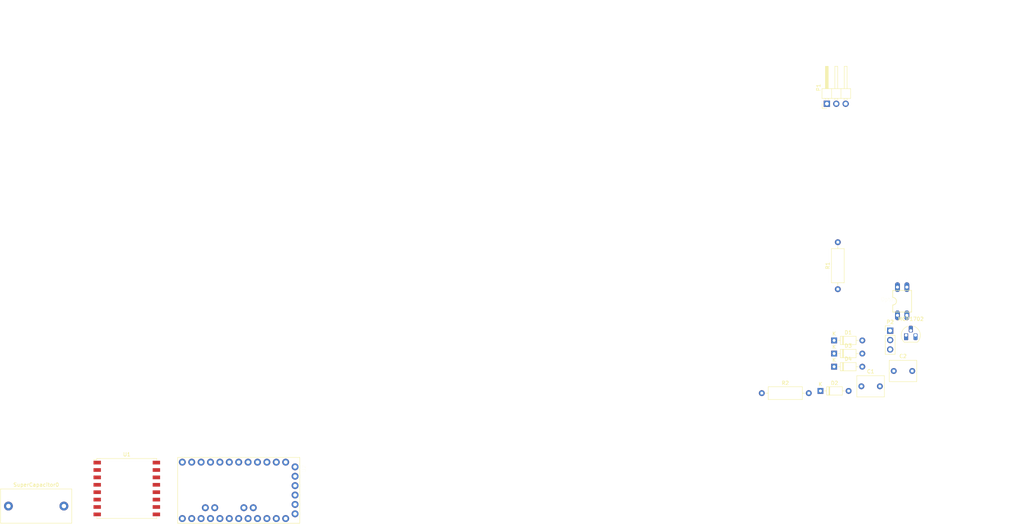
<source format=kicad_pcb>
(kicad_pcb (version 20171130) (host pcbnew "(5.1.9)-1")

  (general
    (thickness 1.6)
    (drawings 1)
    (tracks 0)
    (zones 0)
    (modules 15)
    (nets 41)
  )

  (page A4)
  (layers
    (0 F.Cu signal)
    (31 B.Cu signal)
    (32 B.Adhes user)
    (33 F.Adhes user)
    (34 B.Paste user hide)
    (35 F.Paste user)
    (36 B.SilkS user)
    (37 F.SilkS user)
    (38 B.Mask user)
    (39 F.Mask user)
    (40 Dwgs.User user)
    (41 Cmts.User user)
    (42 Eco1.User user)
    (43 Eco2.User user)
    (44 Edge.Cuts user)
    (45 Margin user)
    (46 B.CrtYd user hide)
    (47 F.CrtYd user hide)
    (48 B.Fab user)
    (49 F.Fab user hide)
  )

  (setup
    (last_trace_width 0.25)
    (user_trace_width 0.5)
    (user_trace_width 1)
    (trace_clearance 0.2)
    (zone_clearance 0.508)
    (zone_45_only no)
    (trace_min 0.2)
    (via_size 0.8)
    (via_drill 0.4)
    (via_min_size 0.4)
    (via_min_drill 0.3)
    (uvia_size 0.3)
    (uvia_drill 0.1)
    (uvias_allowed no)
    (uvia_min_size 0.2)
    (uvia_min_drill 0.1)
    (edge_width 0.05)
    (segment_width 0.2)
    (pcb_text_width 0.3)
    (pcb_text_size 1.5 1.5)
    (mod_edge_width 0.12)
    (mod_text_size 1 1)
    (mod_text_width 0.15)
    (pad_size 1.524 1.524)
    (pad_drill 0.762)
    (pad_to_mask_clearance 0)
    (aux_axis_origin 0 0)
    (visible_elements 7FFFFFFF)
    (pcbplotparams
      (layerselection 0x010fc_ffffffff)
      (usegerberextensions false)
      (usegerberattributes true)
      (usegerberadvancedattributes true)
      (creategerberjobfile true)
      (excludeedgelayer true)
      (linewidth 0.100000)
      (plotframeref false)
      (viasonmask false)
      (mode 1)
      (useauxorigin false)
      (hpglpennumber 1)
      (hpglpenspeed 20)
      (hpglpendiameter 15.000000)
      (psnegative false)
      (psa4output false)
      (plotreference true)
      (plotvalue true)
      (plotinvisibletext false)
      (padsonsilk false)
      (subtractmaskfromsilk false)
      (outputformat 1)
      (mirror false)
      (drillshape 1)
      (scaleselection 1)
      (outputdirectory ""))
  )

  (net 0 "")
  (net 1 "Net-(C1-Pad1)")
  (net 2 GNDREF)
  (net 3 Vcc)
  (net 4 A)
  (net 5 I2)
  (net 6 "Net-(Opto1-Pad1)")
  (net 7 InfoTIC)
  (net 8 I1)
  (net 9 MISO)
  (net 10 MOSI)
  (net 11 SCK)
  (net 12 NSS)
  (net 13 RST)
  (net 14 "Net-(U1-Pad7)")
  (net 15 "Net-(ATN1-Pad1)")
  (net 16 "Net-(U1-Pad11)")
  (net 17 "Net-(U1-Pad12)")
  (net 18 DIO0)
  (net 19 DIO1)
  (net 20 DIO2)
  (net 21 "Net-(U2-PadJP7_12)")
  (net 22 "Net-(U2-PadJP7_11)")
  (net 23 "Net-(U2-PadJP7_10)")
  (net 24 "Net-(U2-PadJP7_7)")
  (net 25 "Net-(U2-PadJP7_6)")
  (net 26 "Net-(U2-PadJP7_5)")
  (net 27 "Net-(U2-PadJP6_8)")
  (net 28 "Net-(U2-PadJP6_7)")
  (net 29 "Net-(U2-PadJP6_6)")
  (net 30 "Net-(U2-PadJP6_5)")
  (net 31 "Net-(U2-PadJP6_3)")
  (net 32 "Net-(U2-PadJP6_1)")
  (net 33 "Net-(U2-PadJP3_1)")
  (net 34 "Net-(U2-PadJP3_2)")
  (net 35 "Net-(U2-PadJP2_2)")
  (net 36 "Net-(U2-PadJP2_1)")
  (net 37 "Net-(U2-PadJP1_5)")
  (net 38 "Net-(U2-PadJP1_3)")
  (net 39 "Net-(U2-PadJP1_2)")
  (net 40 "Net-(U2-PadJP1_1)")

  (net_class Default "This is the default net class."
    (clearance 0.2)
    (trace_width 0.25)
    (via_dia 0.8)
    (via_drill 0.4)
    (uvia_dia 0.3)
    (uvia_drill 0.1)
    (add_net A)
    (add_net DIO0)
    (add_net DIO1)
    (add_net DIO2)
    (add_net GNDREF)
    (add_net I1)
    (add_net I2)
    (add_net InfoTIC)
    (add_net MISO)
    (add_net MOSI)
    (add_net NSS)
    (add_net "Net-(ATN1-Pad1)")
    (add_net "Net-(C1-Pad1)")
    (add_net "Net-(Opto1-Pad1)")
    (add_net "Net-(U1-Pad11)")
    (add_net "Net-(U1-Pad12)")
    (add_net "Net-(U1-Pad7)")
    (add_net "Net-(U2-PadJP1_1)")
    (add_net "Net-(U2-PadJP1_2)")
    (add_net "Net-(U2-PadJP1_3)")
    (add_net "Net-(U2-PadJP1_5)")
    (add_net "Net-(U2-PadJP2_1)")
    (add_net "Net-(U2-PadJP2_2)")
    (add_net "Net-(U2-PadJP3_1)")
    (add_net "Net-(U2-PadJP3_2)")
    (add_net "Net-(U2-PadJP6_1)")
    (add_net "Net-(U2-PadJP6_3)")
    (add_net "Net-(U2-PadJP6_5)")
    (add_net "Net-(U2-PadJP6_6)")
    (add_net "Net-(U2-PadJP6_7)")
    (add_net "Net-(U2-PadJP6_8)")
    (add_net "Net-(U2-PadJP7_10)")
    (add_net "Net-(U2-PadJP7_11)")
    (add_net "Net-(U2-PadJP7_12)")
    (add_net "Net-(U2-PadJP7_5)")
    (add_net "Net-(U2-PadJP7_6)")
    (add_net "Net-(U2-PadJP7_7)")
    (add_net RST)
    (add_net SCK)
    (add_net Vcc)
  )

  (module Capacitor_THT:C_Rect_L7.2mm_W5.5mm_P5.00mm_FKS2_FKP2_MKS2_MKP2 (layer F.Cu) (tedit 5AE50EF0) (tstamp 6066E87C)
    (at 98.075001 139.125001)
    (descr "C, Rect series, Radial, pin pitch=5.00mm, , length*width=7.2*5.5mm^2, Capacitor, http://www.wima.com/EN/WIMA_FKS_2.pdf")
    (tags "C Rect series Radial pin pitch 5.00mm  length 7.2mm width 5.5mm Capacitor")
    (path /605F7B07)
    (fp_text reference C1 (at 2.5 -4) (layer F.SilkS)
      (effects (font (size 1 1) (thickness 0.15)))
    )
    (fp_text value 1uF (at 2.5 4) (layer F.Fab)
      (effects (font (size 1 1) (thickness 0.15)))
    )
    (fp_line (start -1.1 -2.75) (end -1.1 2.75) (layer F.Fab) (width 0.1))
    (fp_line (start -1.1 2.75) (end 6.1 2.75) (layer F.Fab) (width 0.1))
    (fp_line (start 6.1 2.75) (end 6.1 -2.75) (layer F.Fab) (width 0.1))
    (fp_line (start 6.1 -2.75) (end -1.1 -2.75) (layer F.Fab) (width 0.1))
    (fp_line (start -1.22 -2.87) (end 6.22 -2.87) (layer F.SilkS) (width 0.12))
    (fp_line (start -1.22 2.87) (end 6.22 2.87) (layer F.SilkS) (width 0.12))
    (fp_line (start -1.22 -2.87) (end -1.22 2.87) (layer F.SilkS) (width 0.12))
    (fp_line (start 6.22 -2.87) (end 6.22 2.87) (layer F.SilkS) (width 0.12))
    (fp_line (start -1.35 -3) (end -1.35 3) (layer F.CrtYd) (width 0.05))
    (fp_line (start -1.35 3) (end 6.35 3) (layer F.CrtYd) (width 0.05))
    (fp_line (start 6.35 3) (end 6.35 -3) (layer F.CrtYd) (width 0.05))
    (fp_line (start 6.35 -3) (end -1.35 -3) (layer F.CrtYd) (width 0.05))
    (fp_text user %R (at 2.5 0) (layer F.Fab)
      (effects (font (size 1 1) (thickness 0.15)))
    )
    (pad 1 thru_hole circle (at 0 0) (size 1.6 1.6) (drill 0.8) (layers *.Cu *.Mask)
      (net 1 "Net-(C1-Pad1)"))
    (pad 2 thru_hole circle (at 5 0) (size 1.6 1.6) (drill 0.8) (layers *.Cu *.Mask)
      (net 2 GNDREF))
    (model ${KISYS3DMOD}/Capacitor_THT.3dshapes/C_Rect_L7.2mm_W5.5mm_P5.00mm_FKS2_FKP2_MKS2_MKP2.wrl
      (at (xyz 0 0 0))
      (scale (xyz 1 1 1))
      (rotate (xyz 0 0 0))
    )
  )

  (module Capacitor_THT:C_Rect_L7.2mm_W5.5mm_P5.00mm_FKS2_FKP2_MKS2_MKP2 (layer F.Cu) (tedit 5AE50EF0) (tstamp 6066E88F)
    (at 106.825001 134.985001)
    (descr "C, Rect series, Radial, pin pitch=5.00mm, , length*width=7.2*5.5mm^2, Capacitor, http://www.wima.com/EN/WIMA_FKS_2.pdf")
    (tags "C Rect series Radial pin pitch 5.00mm  length 7.2mm width 5.5mm Capacitor")
    (path /605F8543)
    (fp_text reference C2 (at 2.5 -4) (layer F.SilkS)
      (effects (font (size 1 1) (thickness 0.15)))
    )
    (fp_text value 1uF (at 2.5 4) (layer F.Fab)
      (effects (font (size 1 1) (thickness 0.15)))
    )
    (fp_line (start 6.35 -3) (end -1.35 -3) (layer F.CrtYd) (width 0.05))
    (fp_line (start 6.35 3) (end 6.35 -3) (layer F.CrtYd) (width 0.05))
    (fp_line (start -1.35 3) (end 6.35 3) (layer F.CrtYd) (width 0.05))
    (fp_line (start -1.35 -3) (end -1.35 3) (layer F.CrtYd) (width 0.05))
    (fp_line (start 6.22 -2.87) (end 6.22 2.87) (layer F.SilkS) (width 0.12))
    (fp_line (start -1.22 -2.87) (end -1.22 2.87) (layer F.SilkS) (width 0.12))
    (fp_line (start -1.22 2.87) (end 6.22 2.87) (layer F.SilkS) (width 0.12))
    (fp_line (start -1.22 -2.87) (end 6.22 -2.87) (layer F.SilkS) (width 0.12))
    (fp_line (start 6.1 -2.75) (end -1.1 -2.75) (layer F.Fab) (width 0.1))
    (fp_line (start 6.1 2.75) (end 6.1 -2.75) (layer F.Fab) (width 0.1))
    (fp_line (start -1.1 2.75) (end 6.1 2.75) (layer F.Fab) (width 0.1))
    (fp_line (start -1.1 -2.75) (end -1.1 2.75) (layer F.Fab) (width 0.1))
    (fp_text user %R (at 2.5 0) (layer F.Fab)
      (effects (font (size 1 1) (thickness 0.15)))
    )
    (pad 2 thru_hole circle (at 5 0) (size 1.6 1.6) (drill 0.8) (layers *.Cu *.Mask)
      (net 2 GNDREF))
    (pad 1 thru_hole circle (at 0 0) (size 1.6 1.6) (drill 0.8) (layers *.Cu *.Mask)
      (net 3 Vcc))
    (model ${KISYS3DMOD}/Capacitor_THT.3dshapes/C_Rect_L7.2mm_W5.5mm_P5.00mm_FKS2_FKP2_MKS2_MKP2.wrl
      (at (xyz 0 0 0))
      (scale (xyz 1 1 1))
      (rotate (xyz 0 0 0))
    )
  )

  (module Diode_THT:D_DO-35_SOD27_P7.62mm_Horizontal (layer F.Cu) (tedit 5AE50CD5) (tstamp 6066E8AE)
    (at 90.705001 126.725001)
    (descr "Diode, DO-35_SOD27 series, Axial, Horizontal, pin pitch=7.62mm, , length*diameter=4*2mm^2, , http://www.diodes.com/_files/packages/DO-35.pdf")
    (tags "Diode DO-35_SOD27 series Axial Horizontal pin pitch 7.62mm  length 4mm diameter 2mm")
    (path /605EA9E7)
    (fp_text reference D1 (at 3.81 -2.12) (layer F.SilkS)
      (effects (font (size 1 1) (thickness 0.15)))
    )
    (fp_text value 1N4148 (at 3.81 2.12) (layer F.Fab)
      (effects (font (size 1 1) (thickness 0.15)))
    )
    (fp_line (start 8.67 -1.25) (end -1.05 -1.25) (layer F.CrtYd) (width 0.05))
    (fp_line (start 8.67 1.25) (end 8.67 -1.25) (layer F.CrtYd) (width 0.05))
    (fp_line (start -1.05 1.25) (end 8.67 1.25) (layer F.CrtYd) (width 0.05))
    (fp_line (start -1.05 -1.25) (end -1.05 1.25) (layer F.CrtYd) (width 0.05))
    (fp_line (start 2.29 -1.12) (end 2.29 1.12) (layer F.SilkS) (width 0.12))
    (fp_line (start 2.53 -1.12) (end 2.53 1.12) (layer F.SilkS) (width 0.12))
    (fp_line (start 2.41 -1.12) (end 2.41 1.12) (layer F.SilkS) (width 0.12))
    (fp_line (start 6.58 0) (end 5.93 0) (layer F.SilkS) (width 0.12))
    (fp_line (start 1.04 0) (end 1.69 0) (layer F.SilkS) (width 0.12))
    (fp_line (start 5.93 -1.12) (end 1.69 -1.12) (layer F.SilkS) (width 0.12))
    (fp_line (start 5.93 1.12) (end 5.93 -1.12) (layer F.SilkS) (width 0.12))
    (fp_line (start 1.69 1.12) (end 5.93 1.12) (layer F.SilkS) (width 0.12))
    (fp_line (start 1.69 -1.12) (end 1.69 1.12) (layer F.SilkS) (width 0.12))
    (fp_line (start 2.31 -1) (end 2.31 1) (layer F.Fab) (width 0.1))
    (fp_line (start 2.51 -1) (end 2.51 1) (layer F.Fab) (width 0.1))
    (fp_line (start 2.41 -1) (end 2.41 1) (layer F.Fab) (width 0.1))
    (fp_line (start 7.62 0) (end 5.81 0) (layer F.Fab) (width 0.1))
    (fp_line (start 0 0) (end 1.81 0) (layer F.Fab) (width 0.1))
    (fp_line (start 5.81 -1) (end 1.81 -1) (layer F.Fab) (width 0.1))
    (fp_line (start 5.81 1) (end 5.81 -1) (layer F.Fab) (width 0.1))
    (fp_line (start 1.81 1) (end 5.81 1) (layer F.Fab) (width 0.1))
    (fp_line (start 1.81 -1) (end 1.81 1) (layer F.Fab) (width 0.1))
    (fp_text user K (at 0 -1.8) (layer F.SilkS)
      (effects (font (size 1 1) (thickness 0.15)))
    )
    (fp_text user K (at 0 -1.8) (layer F.Fab)
      (effects (font (size 1 1) (thickness 0.15)))
    )
    (fp_text user %R (at 4.11 0) (layer F.Fab)
      (effects (font (size 0.8 0.8) (thickness 0.12)))
    )
    (pad 2 thru_hole oval (at 7.62 0) (size 1.6 1.6) (drill 0.8) (layers *.Cu *.Mask)
      (net 4 A))
    (pad 1 thru_hole rect (at 0 0) (size 1.6 1.6) (drill 0.8) (layers *.Cu *.Mask)
      (net 1 "Net-(C1-Pad1)"))
    (model ${KISYS3DMOD}/Diode_THT.3dshapes/D_DO-35_SOD27_P7.62mm_Horizontal.wrl
      (at (xyz 0 0 0))
      (scale (xyz 1 1 1))
      (rotate (xyz 0 0 0))
    )
  )

  (module Diode_THT:D_DO-35_SOD27_P7.62mm_Horizontal (layer F.Cu) (tedit 5AE50CD5) (tstamp 6066E8CD)
    (at 87.005001 140.375001)
    (descr "Diode, DO-35_SOD27 series, Axial, Horizontal, pin pitch=7.62mm, , length*diameter=4*2mm^2, , http://www.diodes.com/_files/packages/DO-35.pdf")
    (tags "Diode DO-35_SOD27 series Axial Horizontal pin pitch 7.62mm  length 4mm diameter 2mm")
    (path /605EC4EF)
    (fp_text reference D2 (at 3.81 -2.12) (layer F.SilkS)
      (effects (font (size 1 1) (thickness 0.15)))
    )
    (fp_text value 1N4148 (at 3.81 2.12) (layer F.Fab)
      (effects (font (size 1 1) (thickness 0.15)))
    )
    (fp_line (start 1.81 -1) (end 1.81 1) (layer F.Fab) (width 0.1))
    (fp_line (start 1.81 1) (end 5.81 1) (layer F.Fab) (width 0.1))
    (fp_line (start 5.81 1) (end 5.81 -1) (layer F.Fab) (width 0.1))
    (fp_line (start 5.81 -1) (end 1.81 -1) (layer F.Fab) (width 0.1))
    (fp_line (start 0 0) (end 1.81 0) (layer F.Fab) (width 0.1))
    (fp_line (start 7.62 0) (end 5.81 0) (layer F.Fab) (width 0.1))
    (fp_line (start 2.41 -1) (end 2.41 1) (layer F.Fab) (width 0.1))
    (fp_line (start 2.51 -1) (end 2.51 1) (layer F.Fab) (width 0.1))
    (fp_line (start 2.31 -1) (end 2.31 1) (layer F.Fab) (width 0.1))
    (fp_line (start 1.69 -1.12) (end 1.69 1.12) (layer F.SilkS) (width 0.12))
    (fp_line (start 1.69 1.12) (end 5.93 1.12) (layer F.SilkS) (width 0.12))
    (fp_line (start 5.93 1.12) (end 5.93 -1.12) (layer F.SilkS) (width 0.12))
    (fp_line (start 5.93 -1.12) (end 1.69 -1.12) (layer F.SilkS) (width 0.12))
    (fp_line (start 1.04 0) (end 1.69 0) (layer F.SilkS) (width 0.12))
    (fp_line (start 6.58 0) (end 5.93 0) (layer F.SilkS) (width 0.12))
    (fp_line (start 2.41 -1.12) (end 2.41 1.12) (layer F.SilkS) (width 0.12))
    (fp_line (start 2.53 -1.12) (end 2.53 1.12) (layer F.SilkS) (width 0.12))
    (fp_line (start 2.29 -1.12) (end 2.29 1.12) (layer F.SilkS) (width 0.12))
    (fp_line (start -1.05 -1.25) (end -1.05 1.25) (layer F.CrtYd) (width 0.05))
    (fp_line (start -1.05 1.25) (end 8.67 1.25) (layer F.CrtYd) (width 0.05))
    (fp_line (start 8.67 1.25) (end 8.67 -1.25) (layer F.CrtYd) (width 0.05))
    (fp_line (start 8.67 -1.25) (end -1.05 -1.25) (layer F.CrtYd) (width 0.05))
    (fp_text user %R (at 4.11 0) (layer F.Fab)
      (effects (font (size 0.8 0.8) (thickness 0.12)))
    )
    (fp_text user K (at 0 -1.8) (layer F.Fab)
      (effects (font (size 1 1) (thickness 0.15)))
    )
    (fp_text user K (at 0 -1.8) (layer F.SilkS)
      (effects (font (size 1 1) (thickness 0.15)))
    )
    (pad 1 thru_hole rect (at 0 0) (size 1.6 1.6) (drill 0.8) (layers *.Cu *.Mask)
      (net 4 A))
    (pad 2 thru_hole oval (at 7.62 0) (size 1.6 1.6) (drill 0.8) (layers *.Cu *.Mask)
      (net 2 GNDREF))
    (model ${KISYS3DMOD}/Diode_THT.3dshapes/D_DO-35_SOD27_P7.62mm_Horizontal.wrl
      (at (xyz 0 0 0))
      (scale (xyz 1 1 1))
      (rotate (xyz 0 0 0))
    )
  )

  (module Diode_THT:D_DO-35_SOD27_P7.62mm_Horizontal (layer F.Cu) (tedit 5AE50CD5) (tstamp 6066E8EC)
    (at 90.705001 130.275001)
    (descr "Diode, DO-35_SOD27 series, Axial, Horizontal, pin pitch=7.62mm, , length*diameter=4*2mm^2, , http://www.diodes.com/_files/packages/DO-35.pdf")
    (tags "Diode DO-35_SOD27 series Axial Horizontal pin pitch 7.62mm  length 4mm diameter 2mm")
    (path /6062B97F)
    (fp_text reference D3 (at 3.81 -2.12) (layer F.SilkS)
      (effects (font (size 1 1) (thickness 0.15)))
    )
    (fp_text value 1N4148 (at 3.81 2.12) (layer F.Fab)
      (effects (font (size 1 1) (thickness 0.15)))
    )
    (fp_line (start 8.67 -1.25) (end -1.05 -1.25) (layer F.CrtYd) (width 0.05))
    (fp_line (start 8.67 1.25) (end 8.67 -1.25) (layer F.CrtYd) (width 0.05))
    (fp_line (start -1.05 1.25) (end 8.67 1.25) (layer F.CrtYd) (width 0.05))
    (fp_line (start -1.05 -1.25) (end -1.05 1.25) (layer F.CrtYd) (width 0.05))
    (fp_line (start 2.29 -1.12) (end 2.29 1.12) (layer F.SilkS) (width 0.12))
    (fp_line (start 2.53 -1.12) (end 2.53 1.12) (layer F.SilkS) (width 0.12))
    (fp_line (start 2.41 -1.12) (end 2.41 1.12) (layer F.SilkS) (width 0.12))
    (fp_line (start 6.58 0) (end 5.93 0) (layer F.SilkS) (width 0.12))
    (fp_line (start 1.04 0) (end 1.69 0) (layer F.SilkS) (width 0.12))
    (fp_line (start 5.93 -1.12) (end 1.69 -1.12) (layer F.SilkS) (width 0.12))
    (fp_line (start 5.93 1.12) (end 5.93 -1.12) (layer F.SilkS) (width 0.12))
    (fp_line (start 1.69 1.12) (end 5.93 1.12) (layer F.SilkS) (width 0.12))
    (fp_line (start 1.69 -1.12) (end 1.69 1.12) (layer F.SilkS) (width 0.12))
    (fp_line (start 2.31 -1) (end 2.31 1) (layer F.Fab) (width 0.1))
    (fp_line (start 2.51 -1) (end 2.51 1) (layer F.Fab) (width 0.1))
    (fp_line (start 2.41 -1) (end 2.41 1) (layer F.Fab) (width 0.1))
    (fp_line (start 7.62 0) (end 5.81 0) (layer F.Fab) (width 0.1))
    (fp_line (start 0 0) (end 1.81 0) (layer F.Fab) (width 0.1))
    (fp_line (start 5.81 -1) (end 1.81 -1) (layer F.Fab) (width 0.1))
    (fp_line (start 5.81 1) (end 5.81 -1) (layer F.Fab) (width 0.1))
    (fp_line (start 1.81 1) (end 5.81 1) (layer F.Fab) (width 0.1))
    (fp_line (start 1.81 -1) (end 1.81 1) (layer F.Fab) (width 0.1))
    (fp_text user K (at 0 -1.8) (layer F.SilkS)
      (effects (font (size 1 1) (thickness 0.15)))
    )
    (fp_text user K (at 0 -1.8) (layer F.Fab)
      (effects (font (size 1 1) (thickness 0.15)))
    )
    (fp_text user %R (at 4.11 0) (layer F.Fab)
      (effects (font (size 0.8 0.8) (thickness 0.12)))
    )
    (pad 2 thru_hole oval (at 7.62 0) (size 1.6 1.6) (drill 0.8) (layers *.Cu *.Mask)
      (net 8 I1))
    (pad 1 thru_hole rect (at 0 0) (size 1.6 1.6) (drill 0.8) (layers *.Cu *.Mask)
      (net 1 "Net-(C1-Pad1)"))
    (model ${KISYS3DMOD}/Diode_THT.3dshapes/D_DO-35_SOD27_P7.62mm_Horizontal.wrl
      (at (xyz 0 0 0))
      (scale (xyz 1 1 1))
      (rotate (xyz 0 0 0))
    )
  )

  (module Diode_THT:D_DO-35_SOD27_P7.62mm_Horizontal (layer F.Cu) (tedit 5AE50CD5) (tstamp 6066E90B)
    (at 90.705001 133.825001)
    (descr "Diode, DO-35_SOD27 series, Axial, Horizontal, pin pitch=7.62mm, , length*diameter=4*2mm^2, , http://www.diodes.com/_files/packages/DO-35.pdf")
    (tags "Diode DO-35_SOD27 series Axial Horizontal pin pitch 7.62mm  length 4mm diameter 2mm")
    (path /6062B979)
    (fp_text reference D4 (at 3.81 -2.12) (layer F.SilkS)
      (effects (font (size 1 1) (thickness 0.15)))
    )
    (fp_text value 1N4148 (at 3.81 2.12) (layer F.Fab)
      (effects (font (size 1 1) (thickness 0.15)))
    )
    (fp_line (start 1.81 -1) (end 1.81 1) (layer F.Fab) (width 0.1))
    (fp_line (start 1.81 1) (end 5.81 1) (layer F.Fab) (width 0.1))
    (fp_line (start 5.81 1) (end 5.81 -1) (layer F.Fab) (width 0.1))
    (fp_line (start 5.81 -1) (end 1.81 -1) (layer F.Fab) (width 0.1))
    (fp_line (start 0 0) (end 1.81 0) (layer F.Fab) (width 0.1))
    (fp_line (start 7.62 0) (end 5.81 0) (layer F.Fab) (width 0.1))
    (fp_line (start 2.41 -1) (end 2.41 1) (layer F.Fab) (width 0.1))
    (fp_line (start 2.51 -1) (end 2.51 1) (layer F.Fab) (width 0.1))
    (fp_line (start 2.31 -1) (end 2.31 1) (layer F.Fab) (width 0.1))
    (fp_line (start 1.69 -1.12) (end 1.69 1.12) (layer F.SilkS) (width 0.12))
    (fp_line (start 1.69 1.12) (end 5.93 1.12) (layer F.SilkS) (width 0.12))
    (fp_line (start 5.93 1.12) (end 5.93 -1.12) (layer F.SilkS) (width 0.12))
    (fp_line (start 5.93 -1.12) (end 1.69 -1.12) (layer F.SilkS) (width 0.12))
    (fp_line (start 1.04 0) (end 1.69 0) (layer F.SilkS) (width 0.12))
    (fp_line (start 6.58 0) (end 5.93 0) (layer F.SilkS) (width 0.12))
    (fp_line (start 2.41 -1.12) (end 2.41 1.12) (layer F.SilkS) (width 0.12))
    (fp_line (start 2.53 -1.12) (end 2.53 1.12) (layer F.SilkS) (width 0.12))
    (fp_line (start 2.29 -1.12) (end 2.29 1.12) (layer F.SilkS) (width 0.12))
    (fp_line (start -1.05 -1.25) (end -1.05 1.25) (layer F.CrtYd) (width 0.05))
    (fp_line (start -1.05 1.25) (end 8.67 1.25) (layer F.CrtYd) (width 0.05))
    (fp_line (start 8.67 1.25) (end 8.67 -1.25) (layer F.CrtYd) (width 0.05))
    (fp_line (start 8.67 -1.25) (end -1.05 -1.25) (layer F.CrtYd) (width 0.05))
    (fp_text user %R (at 4.11 0) (layer F.Fab)
      (effects (font (size 0.8 0.8) (thickness 0.12)))
    )
    (fp_text user K (at 0 -1.8) (layer F.Fab)
      (effects (font (size 1 1) (thickness 0.15)))
    )
    (fp_text user K (at 0 -1.8) (layer F.SilkS)
      (effects (font (size 1 1) (thickness 0.15)))
    )
    (pad 1 thru_hole rect (at 0 0) (size 1.6 1.6) (drill 0.8) (layers *.Cu *.Mask)
      (net 8 I1))
    (pad 2 thru_hole oval (at 7.62 0) (size 1.6 1.6) (drill 0.8) (layers *.Cu *.Mask)
      (net 2 GNDREF))
    (model ${KISYS3DMOD}/Diode_THT.3dshapes/D_DO-35_SOD27_P7.62mm_Horizontal.wrl
      (at (xyz 0 0 0))
      (scale (xyz 1 1 1))
      (rotate (xyz 0 0 0))
    )
  )

  (module Package_TO_SOT_THT:TO-92_HandSolder (layer F.Cu) (tedit 5A282C46) (tstamp 6066E91D)
    (at 110.165001 125.335001)
    (descr "TO-92 leads molded, narrow, drill 0.75mm, handsoldering variant with enlarged pads (see NXP sot054_po.pdf)")
    (tags "to-92 sc-43 sc-43a sot54 PA33 transistor")
    (path /606E4B38)
    (fp_text reference MCP1702 (at 1.27 -4.4) (layer F.SilkS)
      (effects (font (size 1 1) (thickness 0.15)))
    )
    (fp_text value MCP1702 (at 1.27 2.79) (layer F.Fab)
      (effects (font (size 1 1) (thickness 0.15)))
    )
    (fp_line (start -0.53 1.85) (end 3.07 1.85) (layer F.SilkS) (width 0.12))
    (fp_line (start -0.5 1.75) (end 3 1.75) (layer F.Fab) (width 0.1))
    (fp_line (start -1.46 -3.05) (end 4 -3.05) (layer F.CrtYd) (width 0.05))
    (fp_line (start -1.46 -3.05) (end -1.46 2.01) (layer F.CrtYd) (width 0.05))
    (fp_line (start 4 2.01) (end 4 -3.05) (layer F.CrtYd) (width 0.05))
    (fp_line (start 4 2.01) (end -1.46 2.01) (layer F.CrtYd) (width 0.05))
    (fp_text user %R (at 1.27 0) (layer F.Fab)
      (effects (font (size 1 1) (thickness 0.15)))
    )
    (fp_arc (start 1.27 0) (end 1.27 -2.48) (angle 135) (layer F.Fab) (width 0.1))
    (fp_arc (start 1.27 0) (end 0.45 -2.45) (angle -116.9632683) (layer F.SilkS) (width 0.12))
    (fp_arc (start 1.27 0) (end 1.27 -2.48) (angle -135) (layer F.Fab) (width 0.1))
    (fp_arc (start 1.27 0) (end 2.05 -2.45) (angle 117.6433766) (layer F.SilkS) (width 0.12))
    (pad 2 thru_hole roundrect (at 1.27 -1.27) (size 1.1 1.8) (drill 0.75 (offset 0 -0.4)) (layers *.Cu *.Mask) (roundrect_rratio 0.25)
      (net 1 "Net-(C1-Pad1)"))
    (pad 3 thru_hole roundrect (at 2.54 0) (size 1.1 1.8) (drill 0.75 (offset 0 0.4)) (layers *.Cu *.Mask) (roundrect_rratio 0.25)
      (net 3 Vcc))
    (pad 1 thru_hole rect (at 0 0) (size 1.1 1.8) (drill 0.75 (offset 0 0.4)) (layers *.Cu *.Mask)
      (net 2 GNDREF))
    (model ${KISYS3DMOD}/Package_TO_SOT_THT.3dshapes/TO-92.wrl
      (at (xyz 0 0 0))
      (scale (xyz 1 1 1))
      (rotate (xyz 0 0 0))
    )
  )

  (module PC814:DIL04 (layer F.Cu) (tedit 60227CC4) (tstamp 6066E92B)
    (at 109.096201 116.1308)
    (descr "<b>Dual In Line Package</b>")
    (path /605E26C5)
    (fp_text reference Opto1 (at -3.55644 -0.50807 180) (layer F.SilkS)
      (effects (font (size 1.000126 1.000126) (thickness 0.015)))
    )
    (fp_text value PC814 (at 3.559965 -0.254275 180) (layer F.Fab)
      (effects (font (size 1.00111 1.00111) (thickness 0.015)))
    )
    (fp_line (start 2.54 -2.921) (end -2.54 -2.921) (layer F.SilkS) (width 0.1524))
    (fp_line (start -2.54 2.921) (end 2.54 2.921) (layer F.SilkS) (width 0.1524))
    (fp_line (start 2.54 -2.921) (end 2.54 2.921) (layer F.SilkS) (width 0.1524))
    (fp_line (start -2.54 -2.921) (end -2.54 -1.016) (layer F.SilkS) (width 0.1524))
    (fp_line (start -2.54 2.921) (end -2.54 1.016) (layer F.SilkS) (width 0.1524))
    (fp_arc (start -2.54 0) (end -2.54 1.016) (angle -180) (layer F.SilkS) (width 0.1524))
    (pad 1 thru_hole oval (at -1.27 3.81) (size 1.3208 2.6416) (drill 0.8128) (layers *.Cu *.Mask)
      (net 6 "Net-(Opto1-Pad1)"))
    (pad 2 thru_hole oval (at 1.27 3.81) (size 1.3208 2.6416) (drill 0.8128) (layers *.Cu *.Mask)
      (net 5 I2))
    (pad 3 thru_hole oval (at 1.27 -3.81) (size 1.3208 2.6416) (drill 0.8128) (layers *.Cu *.Mask)
      (net 2 GNDREF))
    (pad 4 thru_hole oval (at -1.27 -3.81) (size 1.3208 2.6416) (drill 0.8128) (layers *.Cu *.Mask)
      (net 7 InfoTIC))
  )

  (module Connector_PinHeader_2.54mm:PinHeader_1x03_P2.54mm_Horizontal (layer F.Cu) (tedit 59FED5CB) (tstamp 6066E96B)
    (at 88.75 62.75 90)
    (descr "Through hole angled pin header, 1x03, 2.54mm pitch, 6mm pin length, single row")
    (tags "Through hole angled pin header THT 1x03 2.54mm single row")
    (path /605E4EB9)
    (fp_text reference P1 (at 4.385 -2.27 90) (layer F.SilkS)
      (effects (font (size 1 1) (thickness 0.15)))
    )
    (fp_text value HEADER_M_2.54MM_1R3P_ST_AU_PTH (at 4.385 7.35 90) (layer F.Fab)
      (effects (font (size 1 1) (thickness 0.15)))
    )
    (fp_line (start 2.135 -1.27) (end 4.04 -1.27) (layer F.Fab) (width 0.1))
    (fp_line (start 4.04 -1.27) (end 4.04 6.35) (layer F.Fab) (width 0.1))
    (fp_line (start 4.04 6.35) (end 1.5 6.35) (layer F.Fab) (width 0.1))
    (fp_line (start 1.5 6.35) (end 1.5 -0.635) (layer F.Fab) (width 0.1))
    (fp_line (start 1.5 -0.635) (end 2.135 -1.27) (layer F.Fab) (width 0.1))
    (fp_line (start -0.32 -0.32) (end 1.5 -0.32) (layer F.Fab) (width 0.1))
    (fp_line (start -0.32 -0.32) (end -0.32 0.32) (layer F.Fab) (width 0.1))
    (fp_line (start -0.32 0.32) (end 1.5 0.32) (layer F.Fab) (width 0.1))
    (fp_line (start 4.04 -0.32) (end 10.04 -0.32) (layer F.Fab) (width 0.1))
    (fp_line (start 10.04 -0.32) (end 10.04 0.32) (layer F.Fab) (width 0.1))
    (fp_line (start 4.04 0.32) (end 10.04 0.32) (layer F.Fab) (width 0.1))
    (fp_line (start -0.32 2.22) (end 1.5 2.22) (layer F.Fab) (width 0.1))
    (fp_line (start -0.32 2.22) (end -0.32 2.86) (layer F.Fab) (width 0.1))
    (fp_line (start -0.32 2.86) (end 1.5 2.86) (layer F.Fab) (width 0.1))
    (fp_line (start 4.04 2.22) (end 10.04 2.22) (layer F.Fab) (width 0.1))
    (fp_line (start 10.04 2.22) (end 10.04 2.86) (layer F.Fab) (width 0.1))
    (fp_line (start 4.04 2.86) (end 10.04 2.86) (layer F.Fab) (width 0.1))
    (fp_line (start -0.32 4.76) (end 1.5 4.76) (layer F.Fab) (width 0.1))
    (fp_line (start -0.32 4.76) (end -0.32 5.4) (layer F.Fab) (width 0.1))
    (fp_line (start -0.32 5.4) (end 1.5 5.4) (layer F.Fab) (width 0.1))
    (fp_line (start 4.04 4.76) (end 10.04 4.76) (layer F.Fab) (width 0.1))
    (fp_line (start 10.04 4.76) (end 10.04 5.4) (layer F.Fab) (width 0.1))
    (fp_line (start 4.04 5.4) (end 10.04 5.4) (layer F.Fab) (width 0.1))
    (fp_line (start 1.44 -1.33) (end 1.44 6.41) (layer F.SilkS) (width 0.12))
    (fp_line (start 1.44 6.41) (end 4.1 6.41) (layer F.SilkS) (width 0.12))
    (fp_line (start 4.1 6.41) (end 4.1 -1.33) (layer F.SilkS) (width 0.12))
    (fp_line (start 4.1 -1.33) (end 1.44 -1.33) (layer F.SilkS) (width 0.12))
    (fp_line (start 4.1 -0.38) (end 10.1 -0.38) (layer F.SilkS) (width 0.12))
    (fp_line (start 10.1 -0.38) (end 10.1 0.38) (layer F.SilkS) (width 0.12))
    (fp_line (start 10.1 0.38) (end 4.1 0.38) (layer F.SilkS) (width 0.12))
    (fp_line (start 4.1 -0.32) (end 10.1 -0.32) (layer F.SilkS) (width 0.12))
    (fp_line (start 4.1 -0.2) (end 10.1 -0.2) (layer F.SilkS) (width 0.12))
    (fp_line (start 4.1 -0.08) (end 10.1 -0.08) (layer F.SilkS) (width 0.12))
    (fp_line (start 4.1 0.04) (end 10.1 0.04) (layer F.SilkS) (width 0.12))
    (fp_line (start 4.1 0.16) (end 10.1 0.16) (layer F.SilkS) (width 0.12))
    (fp_line (start 4.1 0.28) (end 10.1 0.28) (layer F.SilkS) (width 0.12))
    (fp_line (start 1.11 -0.38) (end 1.44 -0.38) (layer F.SilkS) (width 0.12))
    (fp_line (start 1.11 0.38) (end 1.44 0.38) (layer F.SilkS) (width 0.12))
    (fp_line (start 1.44 1.27) (end 4.1 1.27) (layer F.SilkS) (width 0.12))
    (fp_line (start 4.1 2.16) (end 10.1 2.16) (layer F.SilkS) (width 0.12))
    (fp_line (start 10.1 2.16) (end 10.1 2.92) (layer F.SilkS) (width 0.12))
    (fp_line (start 10.1 2.92) (end 4.1 2.92) (layer F.SilkS) (width 0.12))
    (fp_line (start 1.042929 2.16) (end 1.44 2.16) (layer F.SilkS) (width 0.12))
    (fp_line (start 1.042929 2.92) (end 1.44 2.92) (layer F.SilkS) (width 0.12))
    (fp_line (start 1.44 3.81) (end 4.1 3.81) (layer F.SilkS) (width 0.12))
    (fp_line (start 4.1 4.7) (end 10.1 4.7) (layer F.SilkS) (width 0.12))
    (fp_line (start 10.1 4.7) (end 10.1 5.46) (layer F.SilkS) (width 0.12))
    (fp_line (start 10.1 5.46) (end 4.1 5.46) (layer F.SilkS) (width 0.12))
    (fp_line (start 1.042929 4.7) (end 1.44 4.7) (layer F.SilkS) (width 0.12))
    (fp_line (start 1.042929 5.46) (end 1.44 5.46) (layer F.SilkS) (width 0.12))
    (fp_line (start -1.27 0) (end -1.27 -1.27) (layer F.SilkS) (width 0.12))
    (fp_line (start -1.27 -1.27) (end 0 -1.27) (layer F.SilkS) (width 0.12))
    (fp_line (start -1.8 -1.8) (end -1.8 6.85) (layer F.CrtYd) (width 0.05))
    (fp_line (start -1.8 6.85) (end 10.55 6.85) (layer F.CrtYd) (width 0.05))
    (fp_line (start 10.55 6.85) (end 10.55 -1.8) (layer F.CrtYd) (width 0.05))
    (fp_line (start 10.55 -1.8) (end -1.8 -1.8) (layer F.CrtYd) (width 0.05))
    (fp_text user %R (at 2.77 2.54) (layer F.Fab)
      (effects (font (size 1 1) (thickness 0.15)))
    )
    (pad 1 thru_hole rect (at 0 0 90) (size 1.7 1.7) (drill 1) (layers *.Cu *.Mask)
      (net 8 I1))
    (pad 2 thru_hole oval (at 0 2.54 90) (size 1.7 1.7) (drill 1) (layers *.Cu *.Mask)
      (net 5 I2))
    (pad 3 thru_hole oval (at 0 5.08 90) (size 1.7 1.7) (drill 1) (layers *.Cu *.Mask)
      (net 4 A))
    (model ${KISYS3DMOD}/Connector_PinHeader_2.54mm.3dshapes/PinHeader_1x03_P2.54mm_Horizontal.wrl
      (at (xyz 0 0 0))
      (scale (xyz 1 1 1))
      (rotate (xyz 0 0 0))
    )
  )

  (module Connector_PinHeader_2.54mm:PinHeader_1x03_P2.54mm_Vertical (layer F.Cu) (tedit 59FED5CC) (tstamp 6066E982)
    (at 105.855001 124.085001)
    (descr "Through hole straight pin header, 1x03, 2.54mm pitch, single row")
    (tags "Through hole pin header THT 1x03 2.54mm single row")
    (path /606D4E06)
    (fp_text reference P2 (at 0 -2.33) (layer F.SilkS)
      (effects (font (size 1 1) (thickness 0.15)))
    )
    (fp_text value HEADER_M_2.54MM_1R3P_ST_AU_PTH (at 0 7.41) (layer F.Fab)
      (effects (font (size 1 1) (thickness 0.15)))
    )
    (fp_line (start -0.635 -1.27) (end 1.27 -1.27) (layer F.Fab) (width 0.1))
    (fp_line (start 1.27 -1.27) (end 1.27 6.35) (layer F.Fab) (width 0.1))
    (fp_line (start 1.27 6.35) (end -1.27 6.35) (layer F.Fab) (width 0.1))
    (fp_line (start -1.27 6.35) (end -1.27 -0.635) (layer F.Fab) (width 0.1))
    (fp_line (start -1.27 -0.635) (end -0.635 -1.27) (layer F.Fab) (width 0.1))
    (fp_line (start -1.33 6.41) (end 1.33 6.41) (layer F.SilkS) (width 0.12))
    (fp_line (start -1.33 1.27) (end -1.33 6.41) (layer F.SilkS) (width 0.12))
    (fp_line (start 1.33 1.27) (end 1.33 6.41) (layer F.SilkS) (width 0.12))
    (fp_line (start -1.33 1.27) (end 1.33 1.27) (layer F.SilkS) (width 0.12))
    (fp_line (start -1.33 0) (end -1.33 -1.33) (layer F.SilkS) (width 0.12))
    (fp_line (start -1.33 -1.33) (end 0 -1.33) (layer F.SilkS) (width 0.12))
    (fp_line (start -1.8 -1.8) (end -1.8 6.85) (layer F.CrtYd) (width 0.05))
    (fp_line (start -1.8 6.85) (end 1.8 6.85) (layer F.CrtYd) (width 0.05))
    (fp_line (start 1.8 6.85) (end 1.8 -1.8) (layer F.CrtYd) (width 0.05))
    (fp_line (start 1.8 -1.8) (end -1.8 -1.8) (layer F.CrtYd) (width 0.05))
    (fp_text user %R (at 0 2.54 90) (layer F.Fab)
      (effects (font (size 1 1) (thickness 0.15)))
    )
    (pad 1 thru_hole rect (at 0 0) (size 1.7 1.7) (drill 1) (layers *.Cu *.Mask)
      (net 3 Vcc))
    (pad 2 thru_hole oval (at 0 2.54) (size 1.7 1.7) (drill 1) (layers *.Cu *.Mask)
      (net 7 InfoTIC))
    (pad 3 thru_hole oval (at 0 5.08) (size 1.7 1.7) (drill 1) (layers *.Cu *.Mask)
      (net 2 GNDREF))
    (model ${KISYS3DMOD}/Connector_PinHeader_2.54mm.3dshapes/PinHeader_1x03_P2.54mm_Vertical.wrl
      (at (xyz 0 0 0))
      (scale (xyz 1 1 1))
      (rotate (xyz 0 0 0))
    )
  )

  (module Resistor_THT:R_Axial_DIN0309_L9.0mm_D3.2mm_P12.70mm_Horizontal (layer F.Cu) (tedit 5AE5139B) (tstamp 6066E999)
    (at 91.705001 112.875001 90)
    (descr "Resistor, Axial_DIN0309 series, Axial, Horizontal, pin pitch=12.7mm, 0.5W = 1/2W, length*diameter=9*3.2mm^2, http://cdn-reichelt.de/documents/datenblatt/B400/1_4W%23YAG.pdf")
    (tags "Resistor Axial_DIN0309 series Axial Horizontal pin pitch 12.7mm 0.5W = 1/2W length 9mm diameter 3.2mm")
    (path /605E8509)
    (fp_text reference R1 (at 6.35 -2.72 90) (layer F.SilkS)
      (effects (font (size 1 1) (thickness 0.15)))
    )
    (fp_text value 1.2K (at 6.35 2.72 90) (layer F.Fab)
      (effects (font (size 1 1) (thickness 0.15)))
    )
    (fp_line (start 1.85 -1.6) (end 1.85 1.6) (layer F.Fab) (width 0.1))
    (fp_line (start 1.85 1.6) (end 10.85 1.6) (layer F.Fab) (width 0.1))
    (fp_line (start 10.85 1.6) (end 10.85 -1.6) (layer F.Fab) (width 0.1))
    (fp_line (start 10.85 -1.6) (end 1.85 -1.6) (layer F.Fab) (width 0.1))
    (fp_line (start 0 0) (end 1.85 0) (layer F.Fab) (width 0.1))
    (fp_line (start 12.7 0) (end 10.85 0) (layer F.Fab) (width 0.1))
    (fp_line (start 1.73 -1.72) (end 1.73 1.72) (layer F.SilkS) (width 0.12))
    (fp_line (start 1.73 1.72) (end 10.97 1.72) (layer F.SilkS) (width 0.12))
    (fp_line (start 10.97 1.72) (end 10.97 -1.72) (layer F.SilkS) (width 0.12))
    (fp_line (start 10.97 -1.72) (end 1.73 -1.72) (layer F.SilkS) (width 0.12))
    (fp_line (start 1.04 0) (end 1.73 0) (layer F.SilkS) (width 0.12))
    (fp_line (start 11.66 0) (end 10.97 0) (layer F.SilkS) (width 0.12))
    (fp_line (start -1.05 -1.85) (end -1.05 1.85) (layer F.CrtYd) (width 0.05))
    (fp_line (start -1.05 1.85) (end 13.75 1.85) (layer F.CrtYd) (width 0.05))
    (fp_line (start 13.75 1.85) (end 13.75 -1.85) (layer F.CrtYd) (width 0.05))
    (fp_line (start 13.75 -1.85) (end -1.05 -1.85) (layer F.CrtYd) (width 0.05))
    (fp_text user %R (at 6.35 0 90) (layer F.Fab)
      (effects (font (size 1 1) (thickness 0.15)))
    )
    (pad 1 thru_hole circle (at 0 0 90) (size 1.6 1.6) (drill 0.8) (layers *.Cu *.Mask)
      (net 8 I1))
    (pad 2 thru_hole oval (at 12.7 0 90) (size 1.6 1.6) (drill 0.8) (layers *.Cu *.Mask)
      (net 6 "Net-(Opto1-Pad1)"))
    (model ${KISYS3DMOD}/Resistor_THT.3dshapes/R_Axial_DIN0309_L9.0mm_D3.2mm_P12.70mm_Horizontal.wrl
      (at (xyz 0 0 0))
      (scale (xyz 1 1 1))
      (rotate (xyz 0 0 0))
    )
  )

  (module Resistor_THT:R_Axial_DIN0309_L9.0mm_D3.2mm_P12.70mm_Horizontal (layer F.Cu) (tedit 5AE5139B) (tstamp 6066E9B0)
    (at 71.155001 140.975001)
    (descr "Resistor, Axial_DIN0309 series, Axial, Horizontal, pin pitch=12.7mm, 0.5W = 1/2W, length*diameter=9*3.2mm^2, http://cdn-reichelt.de/documents/datenblatt/B400/1_4W%23YAG.pdf")
    (tags "Resistor Axial_DIN0309 series Axial Horizontal pin pitch 12.7mm 0.5W = 1/2W length 9mm diameter 3.2mm")
    (path /605E9F49)
    (fp_text reference R2 (at 6.35 -2.72) (layer F.SilkS)
      (effects (font (size 1 1) (thickness 0.15)))
    )
    (fp_text value 3.3K (at 6.35 2.72) (layer F.Fab)
      (effects (font (size 1 1) (thickness 0.15)))
    )
    (fp_line (start 13.75 -1.85) (end -1.05 -1.85) (layer F.CrtYd) (width 0.05))
    (fp_line (start 13.75 1.85) (end 13.75 -1.85) (layer F.CrtYd) (width 0.05))
    (fp_line (start -1.05 1.85) (end 13.75 1.85) (layer F.CrtYd) (width 0.05))
    (fp_line (start -1.05 -1.85) (end -1.05 1.85) (layer F.CrtYd) (width 0.05))
    (fp_line (start 11.66 0) (end 10.97 0) (layer F.SilkS) (width 0.12))
    (fp_line (start 1.04 0) (end 1.73 0) (layer F.SilkS) (width 0.12))
    (fp_line (start 10.97 -1.72) (end 1.73 -1.72) (layer F.SilkS) (width 0.12))
    (fp_line (start 10.97 1.72) (end 10.97 -1.72) (layer F.SilkS) (width 0.12))
    (fp_line (start 1.73 1.72) (end 10.97 1.72) (layer F.SilkS) (width 0.12))
    (fp_line (start 1.73 -1.72) (end 1.73 1.72) (layer F.SilkS) (width 0.12))
    (fp_line (start 12.7 0) (end 10.85 0) (layer F.Fab) (width 0.1))
    (fp_line (start 0 0) (end 1.85 0) (layer F.Fab) (width 0.1))
    (fp_line (start 10.85 -1.6) (end 1.85 -1.6) (layer F.Fab) (width 0.1))
    (fp_line (start 10.85 1.6) (end 10.85 -1.6) (layer F.Fab) (width 0.1))
    (fp_line (start 1.85 1.6) (end 10.85 1.6) (layer F.Fab) (width 0.1))
    (fp_line (start 1.85 -1.6) (end 1.85 1.6) (layer F.Fab) (width 0.1))
    (fp_text user %R (at 6.35 0) (layer F.Fab)
      (effects (font (size 1 1) (thickness 0.15)))
    )
    (pad 2 thru_hole oval (at 12.7 0) (size 1.6 1.6) (drill 0.8) (layers *.Cu *.Mask)
      (net 7 InfoTIC))
    (pad 1 thru_hole circle (at 0 0) (size 1.6 1.6) (drill 0.8) (layers *.Cu *.Mask)
      (net 3 Vcc))
    (model ${KISYS3DMOD}/Resistor_THT.3dshapes/R_Axial_DIN0309_L9.0mm_D3.2mm_P12.70mm_Horizontal.wrl
      (at (xyz 0 0 0))
      (scale (xyz 1 1 1))
      (rotate (xyz 0 0 0))
    )
  )

  (module Capacitor_THT:C_Rect_L19.0mm_W9.0mm_P15.00mm_MKS4 (layer F.Cu) (tedit 5AE50EF0) (tstamp 6066E9C3)
    (at -132.5 171.5)
    (descr "C, Rect series, Radial, pin pitch=15.00mm, , length*width=19*9mm^2, Capacitor, http://www.wima.com/EN/WIMA_MKS_4.pdf")
    (tags "C Rect series Radial pin pitch 15.00mm  length 19mm width 9mm Capacitor")
    (path /6060122F)
    (fp_text reference SuperCapacitor0 (at 7.5 -5.75) (layer F.SilkS)
      (effects (font (size 1 1) (thickness 0.15)))
    )
    (fp_text value 0.5F (at 7.5 5.75) (layer F.Fab)
      (effects (font (size 1 1) (thickness 0.15)))
    )
    (fp_line (start -2 -4.5) (end -2 4.5) (layer F.Fab) (width 0.1))
    (fp_line (start -2 4.5) (end 17 4.5) (layer F.Fab) (width 0.1))
    (fp_line (start 17 4.5) (end 17 -4.5) (layer F.Fab) (width 0.1))
    (fp_line (start 17 -4.5) (end -2 -4.5) (layer F.Fab) (width 0.1))
    (fp_line (start -2.12 -4.62) (end 17.12 -4.62) (layer F.SilkS) (width 0.12))
    (fp_line (start -2.12 4.62) (end 17.12 4.62) (layer F.SilkS) (width 0.12))
    (fp_line (start -2.12 -4.62) (end -2.12 4.62) (layer F.SilkS) (width 0.12))
    (fp_line (start 17.12 -4.62) (end 17.12 4.62) (layer F.SilkS) (width 0.12))
    (fp_line (start -2.25 -4.75) (end -2.25 4.75) (layer F.CrtYd) (width 0.05))
    (fp_line (start -2.25 4.75) (end 17.25 4.75) (layer F.CrtYd) (width 0.05))
    (fp_line (start 17.25 4.75) (end 17.25 -4.75) (layer F.CrtYd) (width 0.05))
    (fp_line (start 17.25 -4.75) (end -2.25 -4.75) (layer F.CrtYd) (width 0.05))
    (fp_text user %R (at 7.5 0) (layer F.Fab)
      (effects (font (size 1 1) (thickness 0.15)))
    )
    (pad 1 thru_hole circle (at 0 0) (size 2.4 2.4) (drill 1.2) (layers *.Cu *.Mask)
      (net 3 Vcc))
    (pad 2 thru_hole circle (at 15 0) (size 2.4 2.4) (drill 1.2) (layers *.Cu *.Mask)
      (net 2 GNDREF))
    (model ${KISYS3DMOD}/Capacitor_THT.3dshapes/C_Rect_L19.0mm_W9.0mm_P15.00mm_MKS4.wrl
      (at (xyz 0 0 0))
      (scale (xyz 1 1 1))
      (rotate (xyz 0 0 0))
    )
  )

  (module RF_Module:HOPERF_RFM9XW_SMD (layer F.Cu) (tedit 5C227243) (tstamp 6066E9E8)
    (at -100.5 166.75)
    (descr "Low Power Long Range Transceiver Module SMD-16 (https://www.hoperf.com/data/upload/portal/20181127/5bfcbea20e9ef.pdf)")
    (tags "LoRa Low Power Long Range Transceiver Module")
    (path /605FE905)
    (attr smd)
    (fp_text reference U1 (at 0 -9.2) (layer F.SilkS)
      (effects (font (size 1 1) (thickness 0.15)))
    )
    (fp_text value RFM95 (at 0 9.5) (layer F.Fab)
      (effects (font (size 1 1) (thickness 0.15)))
    )
    (fp_line (start -7 -8) (end 8 -8) (layer F.Fab) (width 0.1))
    (fp_line (start 8 8) (end 8 -8) (layer F.Fab) (width 0.1))
    (fp_line (start -8 8) (end 8 8) (layer F.Fab) (width 0.1))
    (fp_line (start -8 8) (end -8 -7) (layer F.Fab) (width 0.1))
    (fp_line (start -9.25 -8.25) (end 9.25 -8.25) (layer F.CrtYd) (width 0.05))
    (fp_line (start 9.25 -8.25) (end 9.25 8.25) (layer F.CrtYd) (width 0.05))
    (fp_line (start -9.25 8.25) (end 9.25 8.25) (layer F.CrtYd) (width 0.05))
    (fp_line (start -9.25 8.25) (end -9.25 -8.25) (layer F.CrtYd) (width 0.05))
    (fp_line (start -8.1 -8.1) (end 8.1 -8.1) (layer F.SilkS) (width 0.12))
    (fp_line (start 8.1 -8.1) (end 8.1 -7.7) (layer F.SilkS) (width 0.12))
    (fp_line (start -8.1 7.7) (end -8.1 8.1) (layer F.SilkS) (width 0.12))
    (fp_line (start -8.1 8.1) (end 8.1 8.1) (layer F.SilkS) (width 0.12))
    (fp_line (start 8.1 8.1) (end 8.1 7.7) (layer F.SilkS) (width 0.12))
    (fp_line (start -8.1 -8.1) (end -8.1 -7.75) (layer F.SilkS) (width 0.12))
    (fp_line (start -8.1 -7.75) (end -9 -7.75) (layer F.SilkS) (width 0.12))
    (fp_line (start -7 -8) (end -8 -7) (layer F.Fab) (width 0.1))
    (fp_text user %R (at 0 0) (layer F.Fab)
      (effects (font (size 1 1) (thickness 0.15)))
    )
    (pad 1 smd rect (at -8 -7) (size 2 1) (layers F.Cu F.Paste F.Mask)
      (net 2 GNDREF))
    (pad 2 smd rect (at -8 -5) (size 2 1) (layers F.Cu F.Paste F.Mask)
      (net 9 MISO))
    (pad 3 smd rect (at -8 -3) (size 2 1) (layers F.Cu F.Paste F.Mask)
      (net 10 MOSI))
    (pad 4 smd rect (at -8 -1) (size 2 1) (layers F.Cu F.Paste F.Mask)
      (net 11 SCK))
    (pad 5 smd rect (at -8 1) (size 2 1) (layers F.Cu F.Paste F.Mask)
      (net 12 NSS))
    (pad 6 smd rect (at -8 3) (size 2 1) (layers F.Cu F.Paste F.Mask)
      (net 13 RST))
    (pad 7 smd rect (at -8 5) (size 2 1) (layers F.Cu F.Paste F.Mask)
      (net 14 "Net-(U1-Pad7)"))
    (pad 8 smd rect (at -8 7) (size 2 1) (layers F.Cu F.Paste F.Mask)
      (net 2 GNDREF))
    (pad 9 smd rect (at 8 7) (size 2 1) (layers F.Cu F.Paste F.Mask)
      (net 15 "Net-(ATN1-Pad1)"))
    (pad 10 smd rect (at 8 5) (size 2 1) (layers F.Cu F.Paste F.Mask)
      (net 2 GNDREF))
    (pad 11 smd rect (at 8 3) (size 2 1) (layers F.Cu F.Paste F.Mask)
      (net 16 "Net-(U1-Pad11)"))
    (pad 12 smd rect (at 8 1) (size 2 1) (layers F.Cu F.Paste F.Mask)
      (net 17 "Net-(U1-Pad12)"))
    (pad 13 smd rect (at 8 -1) (size 2 1) (layers F.Cu F.Paste F.Mask)
      (net 3 Vcc))
    (pad 14 smd rect (at 8 -3) (size 2 1) (layers F.Cu F.Paste F.Mask)
      (net 18 DIO0))
    (pad 15 smd rect (at 8 -5) (size 2 1) (layers F.Cu F.Paste F.Mask)
      (net 19 DIO1))
    (pad 16 smd rect (at 8 -7) (size 2 1) (layers F.Cu F.Paste F.Mask)
      (net 20 DIO2))
    (model ${KISYS3DMOD}/RF_Module.3dshapes/HOPERF_RFM9XW_SMD.wrl
      (at (xyz 0 0 0))
      (scale (xyz 1 1 1))
      (rotate (xyz 0 0 0))
    )
  )

  (module ARDUINO_PRO_MINI:MODULE_ARDUINO_PRO_MINI (layer F.Cu) (tedit 60215E2F) (tstamp 6066EA1A)
    (at -70.25 167.25 270)
    (path /605CF721)
    (fp_text reference U2 (at -5.825 -17.635 90) (layer F.SilkS)
      (effects (font (size 1 1) (thickness 0.015)))
    )
    (fp_text value ARDUINO_PRO_MINI (at 5.605 17.865 90) (layer F.Fab)
      (effects (font (size 1 1) (thickness 0.015)))
    )
    (fp_line (start -8.89 -16.51) (end -8.89 16.51) (layer F.SilkS) (width 0.127))
    (fp_line (start -8.89 16.51) (end 8.89 16.51) (layer F.SilkS) (width 0.127))
    (fp_line (start 8.89 16.51) (end 8.89 -16.51) (layer F.SilkS) (width 0.127))
    (fp_line (start 8.89 -16.51) (end -8.89 -16.51) (layer F.SilkS) (width 0.127))
    (fp_line (start -8.89 -16.51) (end -8.89 16.51) (layer F.Fab) (width 0.127))
    (fp_line (start -8.89 16.51) (end 8.89 16.51) (layer F.Fab) (width 0.127))
    (fp_line (start 8.89 16.51) (end 8.89 -16.51) (layer F.Fab) (width 0.127))
    (fp_line (start 8.89 -16.51) (end -8.89 -16.51) (layer F.Fab) (width 0.127))
    (fp_line (start -9.14 -16.76) (end 9.14 -16.76) (layer F.CrtYd) (width 0.05))
    (fp_line (start 9.14 -16.76) (end 9.14 16.76) (layer F.CrtYd) (width 0.05))
    (fp_line (start 9.14 16.76) (end -9.14 16.76) (layer F.CrtYd) (width 0.05))
    (fp_line (start -9.14 16.76) (end -9.14 -16.76) (layer F.CrtYd) (width 0.05))
    (pad JP7_12 thru_hole circle (at -7.62 -12.7 270) (size 1.8796 1.8796) (drill 1.016) (layers *.Cu *.Mask)
      (net 21 "Net-(U2-PadJP7_12)"))
    (pad JP7_11 thru_hole circle (at -7.62 -10.16 270) (size 1.8796 1.8796) (drill 1.016) (layers *.Cu *.Mask)
      (net 22 "Net-(U2-PadJP7_11)"))
    (pad JP7_10 thru_hole circle (at -7.62 -7.62 270) (size 1.8796 1.8796) (drill 1.016) (layers *.Cu *.Mask)
      (net 23 "Net-(U2-PadJP7_10)"))
    (pad JP7_9 thru_hole circle (at -7.62 -5.08 270) (size 1.8796 1.8796) (drill 1.016) (layers *.Cu *.Mask)
      (net 2 GNDREF))
    (pad JP7_8 thru_hole circle (at -7.62 -2.54 270) (size 1.8796 1.8796) (drill 1.016) (layers *.Cu *.Mask)
      (net 18 DIO0))
    (pad JP7_7 thru_hole circle (at -7.62 0 270) (size 1.8796 1.8796) (drill 1.016) (layers *.Cu *.Mask)
      (net 24 "Net-(U2-PadJP7_7)"))
    (pad JP7_6 thru_hole circle (at -7.62 2.54 270) (size 1.8796 1.8796) (drill 1.016) (layers *.Cu *.Mask)
      (net 25 "Net-(U2-PadJP7_6)"))
    (pad JP7_5 thru_hole circle (at -7.62 5.08 270) (size 1.8796 1.8796) (drill 1.016) (layers *.Cu *.Mask)
      (net 26 "Net-(U2-PadJP7_5)"))
    (pad JP7_4 thru_hole circle (at -7.62 7.62 270) (size 1.8796 1.8796) (drill 1.016) (layers *.Cu *.Mask)
      (net 7 InfoTIC))
    (pad JP7_3 thru_hole circle (at -7.62 10.16 270) (size 1.8796 1.8796) (drill 1.016) (layers *.Cu *.Mask)
      (net 19 DIO1))
    (pad JP7_2 thru_hole circle (at -7.62 12.7 270) (size 1.8796 1.8796) (drill 1.016) (layers *.Cu *.Mask)
      (net 13 RST))
    (pad JP7_1 thru_hole circle (at -7.62 15.24 270) (size 1.8796 1.8796) (drill 1.016) (layers *.Cu *.Mask)
      (net 20 DIO2))
    (pad JP6_12 thru_hole circle (at 7.62 15.24 270) (size 1.8796 1.8796) (drill 1.016) (layers *.Cu *.Mask)
      (net 12 NSS))
    (pad JP6_11 thru_hole circle (at 7.62 12.7 270) (size 1.8796 1.8796) (drill 1.016) (layers *.Cu *.Mask)
      (net 10 MOSI))
    (pad JP6_10 thru_hole circle (at 7.62 10.16 270) (size 1.8796 1.8796) (drill 1.016) (layers *.Cu *.Mask)
      (net 9 MISO))
    (pad JP6_9 thru_hole circle (at 7.62 7.62 270) (size 1.8796 1.8796) (drill 1.016) (layers *.Cu *.Mask)
      (net 11 SCK))
    (pad JP6_8 thru_hole circle (at 7.62 5.08 270) (size 1.8796 1.8796) (drill 1.016) (layers *.Cu *.Mask)
      (net 27 "Net-(U2-PadJP6_8)"))
    (pad JP6_7 thru_hole circle (at 7.62 2.54 270) (size 1.8796 1.8796) (drill 1.016) (layers *.Cu *.Mask)
      (net 28 "Net-(U2-PadJP6_7)"))
    (pad JP6_6 thru_hole circle (at 7.62 0 270) (size 1.8796 1.8796) (drill 1.016) (layers *.Cu *.Mask)
      (net 29 "Net-(U2-PadJP6_6)"))
    (pad JP6_5 thru_hole circle (at 7.62 -2.54 270) (size 1.8796 1.8796) (drill 1.016) (layers *.Cu *.Mask)
      (net 30 "Net-(U2-PadJP6_5)"))
    (pad JP6_4 thru_hole circle (at 7.62 -5.08 270) (size 1.8796 1.8796) (drill 1.016) (layers *.Cu *.Mask)
      (net 3 Vcc))
    (pad JP6_3 thru_hole circle (at 7.62 -7.62 270) (size 1.8796 1.8796) (drill 1.016) (layers *.Cu *.Mask)
      (net 31 "Net-(U2-PadJP6_3)"))
    (pad JP6_2 thru_hole circle (at 7.62 -10.16 270) (size 1.8796 1.8796) (drill 1.016) (layers *.Cu *.Mask)
      (net 2 GNDREF))
    (pad JP6_1 thru_hole circle (at 7.62 -12.7 270) (size 1.8796 1.8796) (drill 1.016) (layers *.Cu *.Mask)
      (net 32 "Net-(U2-PadJP6_1)"))
    (pad JP3_1 thru_hole circle (at 4.699 9.017 270) (size 1.8796 1.8796) (drill 1.016) (layers *.Cu *.Mask)
      (net 33 "Net-(U2-PadJP3_1)"))
    (pad JP3_2 thru_hole circle (at 4.699 6.477 270) (size 1.8796 1.8796) (drill 1.016) (layers *.Cu *.Mask)
      (net 34 "Net-(U2-PadJP3_2)"))
    (pad JP2_2 thru_hole circle (at 4.699 -3.937 270) (size 1.8796 1.8796) (drill 1.016) (layers *.Cu *.Mask)
      (net 35 "Net-(U2-PadJP2_2)"))
    (pad JP2_1 thru_hole circle (at 4.699 -1.397 270) (size 1.8796 1.8796) (drill 1.016) (layers *.Cu *.Mask)
      (net 36 "Net-(U2-PadJP2_1)"))
    (pad JP1_6 thru_hole circle (at -6.35 -15.24 270) (size 1.8796 1.8796) (drill 1.016) (layers *.Cu *.Mask)
      (net 37 "Net-(U2-PadJP1_5)"))
    (pad JP1_5 thru_hole circle (at -3.81 -15.24 270) (size 1.8796 1.8796) (drill 1.016) (layers *.Cu *.Mask)
      (net 37 "Net-(U2-PadJP1_5)"))
    (pad JP1_4 thru_hole circle (at -1.27 -15.24 270) (size 1.8796 1.8796) (drill 1.016) (layers *.Cu *.Mask)
      (net 3 Vcc))
    (pad JP1_3 thru_hole circle (at 1.27 -15.24 270) (size 1.8796 1.8796) (drill 1.016) (layers *.Cu *.Mask)
      (net 38 "Net-(U2-PadJP1_3)"))
    (pad JP1_2 thru_hole circle (at 3.81 -15.24 270) (size 1.8796 1.8796) (drill 1.016) (layers *.Cu *.Mask)
      (net 39 "Net-(U2-PadJP1_2)"))
    (pad JP1_1 thru_hole circle (at 6.35 -15.24 270) (size 1.8796 1.8796) (drill 1.016) (layers *.Cu *.Mask)
      (net 40 "Net-(U2-PadJP1_1)"))
  )

  (gr_poly (pts (xy 142 76.75) (xy 139 79.75) (xy 118 79.75) (xy 118 43.75) (xy 122 39.75) (xy 125 39.75) (xy 125 34.75) (xy 142 34.75)) (layer Dwgs.User) (width 0.1) (tstamp 6066E427))

)

</source>
